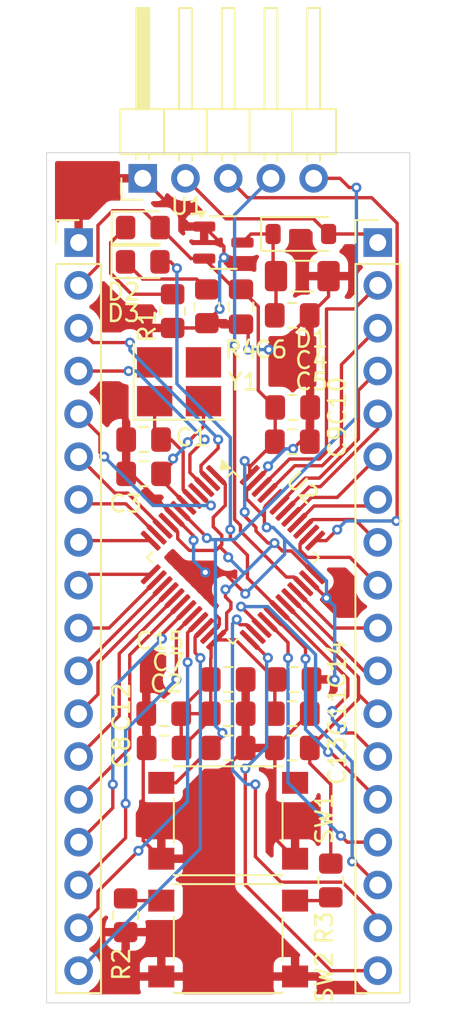
<source format=kicad_pcb>
(kicad_pcb (version 20240108) (generator "pcbnew") (generator_version "8.0")
  (layers (0 "F.Cu" signal) (31 "B.Cu" signal) (34 "B.Paste" user) (35 "F.Paste" user) (36 "B.SilkS" user "B.Silkscreen") (37 "F.SilkS" user "F.Silkscreen") (38 "B.Mask" user) (39 "F.Mask" user) (44 "Edge.Cuts" user))
  (net 0 "")
  (net 1 "GND")
  (net 2 "/HSE_IN")
  (net 3 "/NRST")
  (net 4 "/HSE_OUT")
  (net 5 "Net-(D1-K)")
  (net 6 "+3.3V")
  (net 7 "/USER_BTN")
  (net 8 "VPP")
  (net 9 "Net-(D2-K)")
  (net 10 "/USER_LED")
  (net 11 "Net-(D3-K)")
  (net 12 "/PA8")
  (net 13 "/PB14")
  (net 14 "/PB3")
  (net 15 "/PB13")
  (net 16 "/PA12")
  (net 17 "/PA15")
  (net 18 "/PB5")
  (net 19 "/PB6")
  (net 20 "/PB15")
  (net 21 "/PB7")
  (net 22 "/PB8")
  (net 23 "/PB4")
  (net 24 "/PB9")
  (net 25 "/PA11")
  (net 26 "/PB12")
  (net 27 "/PB11")
  (net 28 "/PB0")
  (net 29 "/PB10")
  (net 30 "/PA5")
  (net 31 "/PA1")
  (net 32 "/PC15")
  (net 33 "/PA6")
  (net 34 "/PA4")
  (net 35 "/PB1")
  (net 36 "/PC14")
  (net 37 "/PC13")
  (net 38 "/PA2")
  (net 39 "/PA3")
  (net 40 "/PA7")
  (net 41 "/PA0")
  (net 42 "/PB2")
  (net 43 "/SWDIO")
  (net 44 "/SWCLK")
  (net 45 "Net-(R2-Pad1)")
  (footprint "Button_Switch_SMD:SW_Push_1P1T_NO_6x6mm_H9.5mm" (layer "F.Cu") (at 140.97 111.76 180)
    (property "Reference" "SW1")
    (property "Value" "Reset")
  )
  (footprint "Capacitor_SMD:C_1206_3216Metric_Pad1.33x1.80mm_HandSolder" (layer "F.Cu") (at 145.373 79.46)
    (property "Reference" "C4")
    (property "Value" "10uF")
  )
  (footprint "Capacitor_SMD:C_0805_2012Metric_Pad1.18x1.45mm_HandSolder" (layer "F.Cu") (at 144.78 89.281)
    (property "Reference" "C9")
    (property "Value" "1uF")
  )
  (footprint "Crystal:Crystal_SMD_3225-4Pin_3.2x2.5mm_HandSoldering" (layer "F.Cu") (at 138.049 85.725)
    (property "Reference" "Y1")
    (property "Value" "8MHz")
  )
  (footprint "Button_Switch_SMD:SW_Push_1P1T_NO_6x6mm_H9.5mm" (layer "F.Cu") (at 140.97 118.745 180)
    (property "Reference" "SW2")
    (property "Value" "User_Press")
  )
  (footprint "Package_QFP:LQFP-48_7x7mm_P0.5mm" (layer "F.Cu") (at 141.251445 96.146 -45)
    (property "Reference" "U2")
    (property "Value" "STM32F072CBT6")
  )
  (footprint "LED_SMD:LED_0805_2012Metric_Pad1.15x1.40mm_HandSolder" (layer "F.Cu") (at 135.89 78.613)
    (property "Reference" "D3")
    (property "Value" "User_Activation")
  )
  (footprint "Capacitor_SMD:C_0805_2012Metric_Pad1.18x1.45mm_HandSolder" (layer "F.Cu") (at 144.78 105.41)
    (property "Reference" "C11")
    (property "Value" "100nF")
  )
  (footprint "LED_SMD:LED_0805_2012Metric_Pad1.15x1.40mm_HandSolder" (layer "F.Cu") (at 135.899 76.581)
    (property "Reference" "D2")
    (property "Value" "Powered_On")
  )
  (footprint "Capacitor_SMD:C_0805_2012Metric_Pad1.18x1.45mm_HandSolder" (layer "F.Cu") (at 144.8015 87.249)
    (property "Reference" "C10")
    (property "Value" "100nF")
  )
  (footprint "Capacitor_SMD:C_0805_2012Metric_Pad1.18x1.45mm_HandSolder" (layer "F.Cu") (at 144.78 107.442 180)
    (property "Reference" "C13")
    (property "Value" "100nF")
  )
  (footprint "Resistor_SMD:R_0805_2012Metric_Pad1.20x1.40mm_HandSolder" (layer "F.Cu") (at 147.066 115.3 90)
    (property "Reference" "R3")
    (property "Value" "10k")
  )
  (footprint "Capacitor_SMD:C_0805_2012Metric_Pad1.18x1.45mm_HandSolder" (layer "F.Cu") (at 144.773 81.788)
    (property "Reference" "C5")
    (property "Value" "4.7uF")
  )
  (footprint "Connector_PinHeader_2.54mm:PinHeader_1x18_P2.54mm_Vertical" (layer "F.Cu") (at 149.86 77.47)
    (property "Reference" "GPIO1" (hide yes))
    (property "Value" "Conn_01x18")
  )
  (footprint "Package_TO_SOT_SMD:SOT-23-3" (layer "F.Cu") (at 140.6795 77.47)
    (property "Reference" "U1")
    (property "Value" "AP2210-3.3")
  )
  (footprint "Capacitor_SMD:C_0805_2012Metric_Pad1.18x1.45mm_HandSolder" (layer "F.Cu") (at 137.16 107.442 180)
    (property "Reference" "C8")
    (property "Value" "100nF")
  )
  (footprint "Capacitor_SMD:C_0805_2012Metric_Pad1.18x1.45mm_HandSolder" (layer "F.Cu") (at 140.97 105.41)
    (property "Reference" "C7")
    (property "Value" "100nF")
  )
  (footprint "Resistor_SMD:R_0805_2012Metric_Pad1.20x1.40mm_HandSolder" (layer "F.Cu") (at 139.7 81.25 -90)
    (property "Reference" "R4")
    (property "Value" "4.7k")
  )
  (footprint "Capacitor_SMD:C_0805_2012Metric_Pad1.18x1.45mm_HandSolder" (layer "F.Cu") (at 141.732 81.28 -90)
    (property "Reference" "C6")
    (property "Value" "4.7uF")
  )
  (footprint "Capacitor_SMD:C_0805_2012Metric_Pad1.18x1.45mm_HandSolder" (layer "F.Cu") (at 135.943 89.154 180)
    (property "Reference" "C1")
    (property "Value" "20pF")
  )
  (footprint "Connector_PinHeader_2.54mm:PinHeader_1x05_P2.54mm_Horizontal" (layer "F.Cu") (at 135.89 73.66 90)
    (property "Reference" "Prog1" (hide yes))
    (property "Value" "Conn_01x05")
  )
  (footprint "Diode_SMD:D_SOD-123" (layer "F.Cu") (at 145.288 76.962)
    (property "Reference" "D1")
    (property "Value" "Schottky")
  )
  (footprint "Resistor_SMD:R_0805_2012Metric_Pad1.20x1.40mm_HandSolder" (layer "F.Cu") (at 137.668 81.534 90)
    (property "Reference" "R1")
    (property "Value" "4.7k")
  )
  (footprint "Capacitor_SMD:C_0805_2012Metric_Pad1.18x1.45mm_HandSolder" (layer "F.Cu") (at 140.97 103.378)
    (property "Reference" "C15")
    (property "Value" "4.7uF")
  )
  (footprint "Capacitor_SMD:C_0805_2012Metric_Pad1.18x1.45mm_HandSolder" (layer "F.Cu") (at 135.943 91.186 180)
    (property "Reference" "C3")
    (property "Value" "20pF")
  )
  (footprint "Capacitor_SMD:C_0805_2012Metric_Pad1.18x1.45mm_HandSolder" (layer "F.Cu") (at 137.1385 105.41 180)
    (property "Reference" "C12")
    (property "Value" "4.7uF")
  )
  (footprint "Resistor_SMD:R_0805_2012Metric_Pad1.20x1.40mm_HandSolder" (layer "F.Cu") (at 134.874 117.364 -90)
    (property "Reference" "R2")
    (property "Value" "10k")
  )
  (footprint "Capacitor_SMD:C_0805_2012Metric_Pad1.18x1.45mm_HandSolder" (layer "F.Cu") (at 140.97 107.442)
    (property "Reference" "C2")
    (property "Value" "100nF")
  )
  (footprint "Connector_PinHeader_2.54mm:PinHeader_1x18_P2.54mm_Vertical" (layer "F.Cu") (at 132.08 77.47)
    (property "Reference" "GPIO2" (hide yes))
    (property "Value" "Conn_01x18")
  )
  (footprint "Capacitor_SMD:C_0805_2012Metric_Pad1.18x1.45mm_HandSolder" (layer "F.Cu") (at 144.8855 103.378)
    (property "Reference" "C14")
    (property "Value" "100nF")
  )
  (gr_rect (start 130.175 72.136) (end 151.765 122.555) (stroke (width 0.05)) (fill none) (layer "Edge.Cuts"))
  (segment (start 145.8175 89.281) (end 145.255 89.281) (width 0.2) (layer "F.Cu") (net 1))
  (segment (start 142.0075 105.41) (end 142.0075 103.378) (width 0.2) (layer "F.Cu") (net 1))
  (segment (start 137.777783 93.732998) (end 135.230785 91.186) (width 0.2) (layer "F.Cu") (net 1))
  (segment (start 142.059379 92.66534) (end 142.059379 92.156086) (width 0.2) (layer "F.Cu") (net 1))
  (segment (start 143.120039 93.726) (end 142.059379 92.66534) (width 0.2) (layer "F.Cu") (net 1))
  (segment (start 139.608 97.028) (end 140.208 97.628) (width 0.2) (layer "F.Cu") (net 1))
  (segment (start 147.281362 103.378) (end 147.300681 103.397319) (width 0.2) (layer "F.Cu") (net 1))
  (segment (start 145.8175 105.41) (end 145.7745 105.41) (width 0.2) (layer "F.Cu") (net 1))
  (segment (start 138.910882 94.866097) (end 138.910882 95.12752) (width 0.2) (layer "F.Cu") (net 1))
  (segment (start 137.668 82.534) (end 136.668 82.534) (width 0.2) (layer "F.Cu") (net 1))
  (segment (start 145.8175 103.378) (end 145.8175 105.41) (width 0.2) (layer "F.Cu") (net 1))
  (segment (start 142.0075 107.442) (end 142.0075 105.41) (width 0.2) (layer "F.Cu") (net 1))
  (segment (start 145.7745 105.41) (end 143.7425 107.442) (width 0.2) (layer "F.Cu") (net 1))
  (segment (start 135.92 107.6445) (end 135.92 112.935) (width 0.2) (layer "F.Cu") (net 1))
  (segment (start 146.9355 79.46) (end 146.9355 80.663) (width 0.2) (layer "F.Cu") (net 1))
  (segment (start 141.516 82.25) (end 139.7 82.25) (width 0.2) (layer "F.Cu") (net 1))
  (segment (start 139.899103 100.680322) (end 140.443511 100.135914) (width 0.2) (layer "F.Cu") (net 1))
  (segment (start 140.443511 99.757482) (end 140.208 99.521971) (width 0.2) (layer "F.Cu") (net 1))
  (segment (start 143.256 94.361) (end 143.120039 94.225039) (width 0.2) (layer "F.Cu") (net 1))
  (segment (start 143.7425 107.442) (end 142.0075 107.442) (width 0.2) (layer "F.Cu") (net 1))
  (segment (start 140.716 97.028) (end 139.608 97.028) (width 0.2) (layer "F.Cu") (net 1))
  (segment (start 142.157 82.7425) (end 142.157 83.82) (width 0.2) (layer "F.Cu") (net 1))
  (segment (start 140.716 77.694) (end 139.542 76.52) (width 0.2) (layer "F.Cu") (net 1))
  (segment (start 135.230785 91.186) (end 134.9055 91.186) (width 0.2) (layer "F.Cu") (net 1))
  (segment (start 132.08 77.47) (end 132.08 76.454) (width 0.2) (layer "F.Cu") (net 1))
  (segment (start 145.785767 97.498342) (end 145.785767 97.525767) (width 0.2) (layer "F.Cu") (net 1))
  (segment (start 139.7 82.169) (end 140.462 81.407) (width 0.2) (layer "F.Cu") (net 1))
  (segment (start 143.7785 83.82) (end 145.8105 81.788) (width 0.2) (layer "F.Cu") (net 1))
  (segment (start 145.8175 89.281) (end 145.8175 87.2705) (width 0.2) (layer "F.Cu") (net 1))
  (segment (start 141.986 98.298) (end 140.716 97.028) (width 0.2) (layer "F.Cu") (net 1))
  (segment (start 143.7425 107.442) (end 143.7425 112.8075) (width 0.2) (layer "F.Cu") (net 1))
  (segment (start 139.416 82.534) (end 139.7 82.25) (width 0.2) (layer "F.Cu") (net 1))
  (segment (start 143.383 83.82) (end 143.7785 83.82) (width 0.2) (layer "F.Cu") (net 1))
  (segment (start 137.777783 93.732998) (end 138.910882 94.866097) (width 0.2) (layer "F.Cu") (net 1))
  (segment (start 143.120039 93.726) (end 143.120039 93.216746) (width 0.2) (layer "F.Cu") (net 1))
  (segment (start 140.443511 100.135914) (end 140.443511 99.757482) (width 0.2) (layer "F.Cu") (net 1))
  (segment (start 145.923 103.378) (end 147.281362 103.378) (width 0.2) (layer "F.Cu") (net 1))
  (segment (start 142.059379 92.156086) (end 142.603787 91.611678) (width 0.2) (layer "F.Cu") (net 1))
  (segment (start 143.336978 90.737066) (end 143.336978 90.878487) (width 0.2) (layer "F.Cu") (net 1))
  (segment (start 135.89 73.66) (end 138.75 76.52) (width 0.2) (layer "F.Cu") (net 1))
  (segment (start 137.668 82.534) (end 139.416 82.534) (width 0.2) (layer "F.Cu") (net 1))
  (segment (start 143.7425 112.8075) (end 144.945 114.01) (width 0.2) (layer "F.Cu") (net 1))
  (segment (start 143.120039 94.225039) (end 143.120039 93.726) (width 0.2) (layer "F.Cu") (net 1))
  (segment (start 139.7 82.25) (end 139.7 82.169) (width 0.2) (layer "F.Cu") (net 1))
  (segment (start 145.255 89.281) (end 144.83 89.706) (width 0.2) (layer "F.Cu") (net 1))
  (segment (start 145.785767 97.525767) (end 146.812 98.552) (width 0.2) (layer "F.Cu") (net 1))
  (segment (start 141.5835 82.3175) (end 141.516 82.25) (width 0.2) (layer "F.Cu") (net 1))
  (segment (start 145.8175 87.2705) (end 145.839 87.249) (width 0.2) (layer "F.Cu") (net 1))
  (segment (start 136.668 82.534) (end 136.652 82.55) (width 0.2) (layer "F.Cu") (net 1))
  (segment (start 135.92 112.935) (end 136.995 114.01) (width 0.2) (layer "F.Cu") (net 1))
  (segment (start 142.0075 107.442) (end 136.995 112.4545) (width 0.2) (layer "F.Cu") (net 1))
  (segment (start 143.336978 90.878487) (end 142.603787 91.611678) (width 0.2) (layer "F.Cu") (net 1))
  (segment (start 141.732 82.3175) (end 142.157 82.7425) (width 0.2) (layer "F.Cu") (net 1))
  (segment (start 138.75 76.52) (end 139.542 76.52) (width 0.2) (layer "F.Cu") (net 1))
  (segment (start 140.716 78.359) (end 140.716 77.694) (width 0.2) (layer "F.Cu") (net 1))
  (segment (start 136.1225 107.442) (end 135.92 107.6445) (width 0.2) (layer "F.Cu") (net 1))
  (segment (start 136.995 112.4545) (end 136.995 114.01) (width 0.2) (layer "F.Cu") (net 1))
  (segment (start 140.208 97.628) (end 140.208 99.521971) (width 0.2) (layer "F.Cu") (net 1))
  (segment (start 146.9355 80.663) (end 145.8105 81.788) (width 0.2) (layer "F.Cu") (net 1))
  (segment (start 143.120039 93.216746) (end 143.664447 92.672338) (width 0.2) (layer "F.Cu") (net 1))
  (segment (start 141.732 82.3175) (end 141.5835 82.3175) (width 0.2) (layer "F.Cu") (net 1))
  (via (at 138.910882 95.12752) (size 0.6) (drill 0.3) (layers "F.Cu" "B.Cu") (net 1))
  (via (at 147.300681 103.397319) (size 0.6) (drill 0.3) (layers "F.Cu" "B.Cu") (net 1))
  (via (at 140.716 78.359) (size 0.6) (drill 0.3) (layers "F.Cu" "B.Cu") (net 1))
  (via (at 144.83 89.706) (size 0.6) (drill 0.3) (layers "F.Cu" "B.Cu") (net 1))
  (via (at 139.608 97.028) (size 0.6) (drill 0.3) (layers "F.Cu" "B.Cu") (net 1))
  (via (at 143.336978 90.737066) (size 0.6) (drill 0.3) (layers "F.Cu" "B.Cu") (net 1))
  (via (at 141.986 98.298) (size 0.6) (drill 0.3) (layers "F.Cu" "B.Cu") (net 1))
  (via (at 142.157 83.82) (size 0.6) (drill 0.3) (layers "F.Cu" "B.Cu") (net 1))
  (via (at 140.462 81.407) (size 0.6) (drill 0.3) (layers "F.Cu" "B.Cu") (net 1))
  (via (at 146.812 98.552) (size 0.6) (drill 0.3) (layers "F.Cu" "B.Cu") (net 1))
  (via (at 143.383 83.82) (size 0.6) (drill 0.3) (layers "F.Cu" "B.Cu") (net 1))
  (via (at 143.256 94.361) (size 0.6) (drill 0.3) (layers "F.Cu" "B.Cu") (net 1))
  (segment (start 140.462 78.613) (end 140.716 78.359) (width 0.2) (layer "B.Cu") (net 1))
  (segment (start 146.812 98.552) (end 146.812 97.534622) (width 0.2) (layer "B.Cu") (net 1))
  (segment (start 139.608 97.028) (end 138.910882 96.330882) (width 0.2) (layer "B.Cu") (net 1))
  (segment (start 138.910882 96.330882) (end 138.910882 95.12752) (width 0.2) (layer "B.Cu") (net 1))
  (segment (start 144.83 89.706) (end 144.368044 89.706) (width 0.2) (layer "B.Cu") (net 1))
  (segment (start 144.321425 95.044047) (end 143.638378 94.361) (width 0.2) (layer "B.Cu") (net 1))
  (segment (start 147.300681 99.040681) (end 146.812 98.552) (width 0.2) (layer "B.Cu") (net 1))
  (segment (start 144.368044 89.706) (end 143.336978 90.737066) (width 0.2) (layer "B.Cu") (net 1))
  (segment (start 146.812 97.534622) (end 143.638378 94.361) (width 0.2) (layer "B.Cu") (net 1))
  (segment (start 140.462 81.407) (end 140.462 78.613) (width 0.2) (layer "B.Cu") (net 1))
  (segment (start 147.300681 103.397319) (end 147.300681 99.040681) (width 0.2) (layer "B.Cu") (net 1))
  (segment (start 143.638378 94.361) (end 143.256 94.361) (width 0.2) (layer "B.Cu") (net 1))
  (segment (start 144.321425 95.962575) (end 144.321425 95.044047) (width 0.2) (layer "B.Cu") (net 1))
  (segment (start 142.157 83.82) (end 143.383 83.82) (width 0.2) (layer "B.Cu") (net 1))
  (segment (start 141.986 98.298) (end 144.321425 95.962575) (width 0.2) (layer "B.Cu") (net 1))
  (segment (start 136.9805 89.154) (end 137.568 89.154) (width 0.2) (layer "F.Cu") (net 2))
  (segment (start 138.294035 89.880035) (end 138.294035 92.12793) (width 0.2) (layer "F.Cu") (net 2))
  (segment (start 137.568 89.154) (end 138.294035 89.880035) (width 0.2) (layer "F.Cu") (net 2))
  (segment (start 138.294035 92.12793) (end 138.838443 92.672338) (width 0.2) (layer "F.Cu") (net 2))
  (segment (start 136.599 88.7725) (end 136.9805 89.154) (width 0.2) (layer "F.Cu") (net 2))
  (segment (start 136.599 86.875) (end 136.599 88.7725) (width 0.2) (layer "F.Cu") (net 2))
  (segment (start 140.624001 106.750499) (end 139.9325 107.442) (width 0.2) (layer "F.Cu") (net 3))
  (segment (start 139.7 94.948109) (end 139.7 94.996) (width 0.2) (layer "F.Cu") (net 3))
  (segment (start 137.8645 109.51) (end 139.9325 107.442) (width 0.2) (layer "F.Cu") (net 3))
  (segment (start 136.995 109.51) (end 137.8645 109.51) (width 0.2) (layer "F.Cu") (net 3))
  (segment (start 138.131336 93.379445) (end 139.7 94.948109) (width 0.2) (layer "F.Cu") (net 3))
  (segment (start 148.167 74.21) (end 147.617 73.66) (width 0.2) (layer "F.Cu") (net 3))
  (segment (start 148.59 74.21) (end 148.167 74.21) (width 0.2) (layer "F.Cu") (net 3))
  (segment (start 140.624001 106.549717) (end 140.624001 106.750499) (width 0.2) (layer "F.Cu") (net 3))
  (segment (start 147.617 73.66) (end 146.05 73.66) (width 0.2) (layer "F.Cu") (net 3))
  (via (at 140.624001 106.549717) (size 0.6) (drill 0.3) (layers "F.Cu" "B.Cu") (net 3))
  (via (at 139.7 94.996) (size 0.6) (drill 0.3) (layers "F.Cu" "B.Cu") (net 3))
  (via (at 148.59 74.21) (size 0.6) (drill 0.3) (layers "F.Cu" "B.Cu") (net 3))
  (segment (start 141.345529 95.088) (end 148.59 87.843529) (width 0.2) (layer "B.Cu") (net 3))
  (segment (start 140.208 95.088) (end 140.208 106.133716) (width 0.2) (layer "B.Cu") (net 3))
  (segment (start 140.208 106.133716) (end 140.624001 106.549717) (width 0.2) (layer "B.Cu") (net 3))
  (segment (start 139.792 95.088) (end 140.208 95.088) (width 0.2) (layer "B.Cu") (net 3))
  (segment (start 148.59 87.843529) (end 148.59 74.21) (width 0.2) (layer "B.Cu") (net 3))
  (segment (start 140.208 95.088) (end 141.345529 95.088) (width 0.2) (layer "B.Cu") (net 3))
  (segment (start 139.7 94.996) (end 139.792 95.088) (width 0.2) (layer "B.Cu") (net 3))
  (segment (start 137.694035 90.279758) (end 137.694035 90.472465) (width 0.2) (layer "F.Cu") (net 4))
  (segment (start 137.694035 90.472465) (end 136.9805 91.186) (width 0.2) (layer "F.Cu") (net 4))
  (segment (start 136.9805 91.521501) (end 138.48489 93.025891) (width 0.2) (layer "F.Cu") (net 4))
  (segment (start 139.499 88.380912) (end 138.571221 89.308691) (width 0.2) (layer "F.Cu") (net 4))
  (segment (start 136.9805 91.186) (end 136.9805 91.521501) (width 0.2) (layer "F.Cu") (net 4))
  (segment (start 139.499 86.875) (end 139.499 88.380912) (width 0.2) (layer "F.Cu") (net 4))
  (via (at 138.571221 89.308691) (size 0.6) (drill 0.3) (layers "F.Cu" "B.Cu") (net 4))
  (via (at 137.694035 90.279758) (size 0.6) (drill 0.3) (layers "F.Cu" "B.Cu") (net 4))
  (segment (start 138.571221 89.402572) (end 137.694035 90.279758) (width 0.2) (layer "B.Cu") (net 4))
  (segment (start 138.571221 89.308691) (end 138.571221 89.402572) (width 0.2) (layer "B.Cu") (net 4))
  (segment (start 143.638 76.962) (end 143.638 79.2875) (width 0.2) (layer "F.Cu") (net 5))
  (segment (start 143.8105 79.46) (end 143.8105 81.713) (width 0.2) (layer "F.Cu") (net 5))
  (segment (start 143.8105 81.713) (end 143.7355 81.788) (width 0.2) (layer "F.Cu") (net 5))
  (segment (start 143.638 79.2875) (end 143.8105 79.46) (width 0.2) (layer "F.Cu") (net 5))
  (segment (start 143.638 76.962) (end 142.325 76.962) (width 0.2) (layer "F.Cu") (net 5))
  (segment (start 142.325 76.962) (end 141.817 77.47) (width 0.2) (layer "F.Cu") (net 5))
  (segment (start 138.176 105.41) (end 138.176 107.4205) (width 0.2) (layer "F.Cu") (net 6))
  (segment (start 146.139321 97.144788) (end 146.103963 97.144788) (width 0.2) (layer "F.Cu") (net 6))
  (segment (start 143.7425 103.3565) (end 141.419876 101.033876) (width 0.2) (layer "F.Cu") (net 6))
  (segment (start 140.878 100.408533) (end 140.878 99.441) (width 0.2) (layer "F.Cu") (net 6))
  (segment (start 139.542 78.42) (end 138.763 78.42) (width 0.2) (layer "F.Cu") (net 6))
  (segment (start 141.132 99.187) (end 141.132 98.811471) (width 0.2) (layer "F.Cu") (net 6))
  (segment (start 139.9325 103.378) (end 139.9325 102.1295) (width 0.2) (layer "F.Cu") (net 6))
  (segment (start 144.717175 95.758) (end 144.186849 95.758) (width 0.2) (layer "F.Cu") (net 6))
  (segment (start 139.9325 105.707) (end 139.9325 105.41) (width 0.2) (layer "F.Cu") (net 6))
  (segment (start 141.132 98.811471) (end 140.808 98.487471) (width 0.2) (layer "F.Cu") (net 6))
  (segment (start 144.186849 95.758) (end 143.721425 95.292576) (width 0.2) (layer "F.Cu") (net 6))
  (segment (start 140.589 94.828529) (end 140.081 94.320529) (width 0.2) (layer "F.Cu") (net 6))
  (segment (start 137.968637 95.033804) (end 138.662353 95.72752) (width 0.2) (layer "F.Cu") (net 6))
  (segment (start 143.764 89.2595) (end 143.7425 89.281) (width 0.2) (layer "F.Cu") (net 6))
  (segment (start 142.250233 90.723233) (end 141.951 90.424) (width 0.2) (layer "F.Cu") (net 6))
  (segment (start 140.808 98.487471) (end 140.808 98.044) (width 0.2) (layer "F.Cu") (net 6))
  (segment (start 138.1975 107.442) (end 139.9325 105.707) (width 0.2) (layer "F.Cu") (net 6))
  (segment (start 140.797064 91.802531) (end 140.252657 91.258124) (width 0.2) (layer "F.Cu") (net 6))
  (segment (start 138.662353 95.72752) (end 140.23848 95.72752) (width 0.2) (layer "F.Cu") (net 6))
  (segment (start 142.250233 91.258124) (end 142.250233 90.723233) (width 0.2) (layer "F.Cu") (net 6))
  (segment (start 138.176 105.41) (end 139.9325 105.41) (width 0.2) (layer "F.Cu") (net 6))
  (segment (start 146.103963 97.144788) (end 144.717175 95.758) (width 0.2) (layer "F.Cu") (net 6))
  (segment (start 138.176 107.4205) (end 138.1975 107.442) (width 0.2) (layer "F.Cu") (net 6))
  (segment (start 141.732 80.2425) (end 142.757 81.2675) (width 0.2) (layer "F.Cu") (net 6))
  (segment (start 140.081 94.320529) (end 140.081 93.772674) (width 0.2) (layer "F.Cu") (net 6))
  (segment (start 143.7425 103.378) (end 143.7425 105.41) (width 0.2) (layer "F.Cu") (net 6))
  (segment (start 139.954 101.332533) (end 140.252657 101.033876) (width 0.2) (layer "F.Cu") (net 6))
  (segment (start 142.757 81.2675) (end 142.757 86.242) (width 0.2) (layer "F.Cu") (net 6))
  (segment (start 134.096 75.581) (end 133.23 76.447) (width 0.2) (layer "F.Cu") (net 6))
  (segment (start 139.9325 105.41) (end 139.9325 103.378) (width 0.2) (layer "F.Cu") (net 6))
  (segment (start 139.9325 102.1295) (end 139.954 102.108) (width 0.2) (layer "F.Cu") (net 6))
  (segment (start 139.954 102.108) (end 139.954 101.332533) (width 0.2) (layer "F.Cu") (net 6))
  (segment (start 138.176 105.1345) (end 139.9325 103.378) (width 0.2) (layer "F.Cu") (net 6))
  (segment (start 141.419876 101.033876) (end 140.252657 101.033876) (width 0.2) (layer "F.Cu") (net 6))
  (segment (start 143.339047 95.292576) (end 143.721425 95.292576) (width 0.2) (layer "F.Cu") (net 6))
  (segment (start 138.176 105.41) (end 138.176 105.1345) (width 0.2) (layer "F.Cu") (net 6))
  (segment (start 140.878 99.441) (end 141.132 99.187) (width 0.2) (layer "F.Cu") (net 6))
  (segment (start 140.97 96.012) (end 140.462 95.504) (width 0.2) (layer "F.Cu") (net 6))
  (segment (start 138.763 78.42) (end 136.924 76.581) (width 0.2) (layer "F.Cu") (net 6))
  (segment (start 143.7425 89.281) (end 142.250233 90.773267) (width 0.2) (layer "F.Cu") (net 6))
  (segment (start 140.081 93.772674) (end 140.797064 93.05661) (width 0.2) (layer "F.Cu") (net 6))
  (segment (start 136.924 76.581) (end 135.924 75.581) (width 0.2) (layer "F.Cu") (net 6))
  (segment (start 135.924 75.581) (end 134.096 75.581) (width 0.2) (layer "F.Cu") (net 6))
  (segment (start 143.764 87.249) (end 143.764 89.2595) (width 0.2) (layer "F.Cu") (net 6))
  (segment (start 141.951 93.451076) (end 141.951 93.691) (width 0.2) (layer "F.Cu") (net 6))
  (segment (start 142.250233 90.773267) (end 142.250233 91.258124) (width 0.2) (layer "F.Cu") (net 6))
  (segment (start 140.462 95.504) (end 140.589 95.377) (width 0.2) (layer "F.Cu") (net 6))
  (segment (start 140.252657 101.033876) (end 140.878 100.408533) (width 0.2) (layer "F.Cu") (net 6))
  (segment (start 142.621 94.361) (end 142.621 94.574529) (width 0.2) (layer "F.Cu") (net 6))
  (segment (start 142.621 94.574529) (end 143.339047 95.292576) (width 0.2) (layer "F.Cu") (net 6))
  (segment (start 143.7425 103.378) (end 143.7425 103.3565) (width 0.2) (layer "F.Cu") (net 6))
  (segment (start 140.797064 93.05661) (end 140.797064 91.802531) (width 0.2) (layer "F.Cu") (net 6))
  (segment (start 141.3645 80.2425) (end 141.732 80.2425) (width 0.2) (layer "F.Cu") (net 6))
  (segment (start 140.97 96.139) (end 140.97 96.012) (width 0.2) (layer "F.Cu") (net 6))
  (segment (start 140.589 95.377) (end 140.589 94.828529) (width 0.2) (layer "F.Cu") (net 6))
  (segment (start 133.23 76.447) (end 133.23 78.86) (width 0.2) (layer "F.Cu") (net 6))
  (segment (start 139.542 78.42) (end 141.3645 80.2425) (width 0.2) (layer "F.Cu") (net 6))
  (segment (start 133.23 78.86) (end 132.08 80.01) (width 0.2) (layer "F.Cu") (net 6))
  (segment (start 141.951 93.691) (end 142.621 94.361) (width 0.2) (layer "F.Cu") (net 6))
  (segment (start 137.42423 94.086551) (end 137.968637 94.630958) (width 0.2) (layer "F.Cu") (net 6))
  (segment (start 140.23848 95.72752) (end 140.462 95.504) (width 0.2) (layer "F.Cu") (net 6))
  (segment (start 137.968637 94.630958) (end 137.968637 95.033804) (width 0.2) (layer "F.Cu") (net 6))
  (segment (start 142.757 86.242) (end 143.764 87.249) (width 0.2) (layer "F.Cu") (net 6))
  (via (at 141.951 90.424) (size 0.6) (drill 0.3) (layers "F.Cu" "B.Cu") (net 6))
  (via (at 140.97 96.139) (size 0.6) (drill 0.3) (layers "F.Cu" "B.Cu") (net 6))
  (via (at 141.951 93.451076) (size 0.6) (drill 0.3) (layers "F.Cu" "B.Cu") (net 6))
  (via (at 143.721425 95.292576) (size 0.6) (drill 0.3) (layers "F.Cu" "B.Cu") (net 6))
  (via (at 140.808 98.044) (size 0.6) (drill 0.3) (layers "F.Cu" "B.Cu") (net 6))
  (segment (start 141.922501 97.091501) (end 140.970001 98.044) (width 0.2) (layer "B.Cu") (net 6))
  (segment (start 141.951 90.424) (end 141.951 93.451076) (width 0.2) (layer "B.Cu") (net 6))
  (segment (start 141.922501 97.091501) (end 140.97 96.139) (width 0.2) (layer "B.Cu") (net 6))
  (segment (start 143.721425 95.292576) (end 141.922501 97.091501) (width 0.2) (layer "B.Cu") (net 6))
  (segment (start 140.970001 98.044) (end 140.808 98.044) (width 0.2) (layer "B.Cu") (net 6))
  (segment (start 144.915961 99.456962) (end 144.371554 98.912555) (width 0.2) (layer "F.Cu") (net 7))
  (segment (start 147.066 114.3) (end 147.066 109.606) (width 0.2) (layer "F.Cu") (net 7))
  (segment (start 147.066 109.606) (end 145.8175 108.3575) (width 0.2) (layer "F.Cu") (net 7))
  (segment (start 145.8175 108.3575) (end 145.8175 107.442) (width 0.2) (layer "F.Cu") (net 7))
  (segment (start 145.8175 107.442) (end 148.717 104.5425) (width 0.2) (layer "F.Cu") (net 7))
  (segment (start 144.371554 98.912555) (end 147.9535 102.494501) (width 0.2) (layer "F.Cu") (net 7))
  (segment (start 148.717 104.5425) (end 148.717 104.267) (width 0.2) (layer "F.Cu") (net 7))
  (segment (start 148.717 104.267) (end 148.717 103.258001) (width 0.2) (layer "F.Cu") (net 7))
  (segment (start 149.86 105.41) (end 148.717 104.267) (width 0.2) (layer "F.Cu") (net 7))
  (segment (start 148.717 103.258001) (end 147.9535 102.494501) (width 0.2) (layer "F.Cu") (net 7))
  (segment (start 146.938 76.962) (end 149.352 76.962) (width 0.2) (layer "F.Cu") (net 8))
  (segment (start 149.352 76.962) (end 149.86 77.47) (width 0.2) (layer "F.Cu") (net 8))
  (segment (start 146.938 76.962) (end 146.038 76.062) (width 0.2) (layer "F.Cu") (net 8))
  (segment (start 140.832 76.062) (end 138.43 73.66) (width 0.2) (layer "F.Cu") (net 8))
  (segment (start 146.038 76.062) (end 140.832 76.062) (width 0.2) (layer "F.Cu") (net 8))
  (segment (start 137.668 80.534) (end 135.226256 80.534) (width 0.2) (layer "F.Cu") (net 9))
  (segment (start 133.985 79.292744) (end 133.985 77.47) (width 0.2) (layer "F.Cu") (net 9))
  (segment (start 133.985 77.47) (end 134.874 76.581) (width 0.2) (layer "F.Cu") (net 9))
  (segment (start 135.226256 80.534) (end 133.985 79.292744) (width 0.2) (layer "F.Cu") (net 9))
  (segment (start 147.955 106.553) (end 148.463 106.553) (width 0.2) (layer "F.Cu") (net 10))
  (segment (start 144.018 99.266109) (end 148.082 103.330109) (width 0.2) (layer "F.Cu") (net 10))
  (segment (start 148.082 103.330109) (end 148.082 104.32897) (width 0.2) (layer "F.Cu") (net 10))
  (segment (start 136.915 78.613) (end 137.541 78.613) (width 0.2) (layer "F.Cu") (net 10))
  (segment (start 137.541 78.613) (end 137.922 78.994) (width 0.2) (layer "F.Cu") (net 10))
  (segment (start 141.097 94.996) (end 142.113 96.012) (width 0.2) (layer "F.Cu") (net 10))
  (segment (start 142.113 96.012) (end 142.113 97.361109) (width 0.2) (layer "F.Cu") (net 10))
  (segment (start 142.113 97.361109) (end 144.018 99.266109) (width 0.2) (layer "F.Cu") (net 10))
  (segment (start 147.755015 106.353015) (end 147.955 106.553) (width 0.2) (layer "F.Cu") (net 10))
  (segment (start 141.097 94.488) (end 141.097 94.996) (width 0.2) (layer "F.Cu") (net 10))
  (segment (start 148.082 104.32897) (end 147.160485 105.250485) (width 0.2) (layer "F.Cu") (net 10))
  (segment (start 148.463 106.553) (end 149.86 107.95) (width 0.2) (layer "F.Cu") (net 10))
  (via (at 147.755015 106.353015) (size 0.6) (drill 0.3) (layers "F.Cu" "B.Cu") (net 10))
  (via (at 141.097 94.488) (size 0.6) (drill 0.3) (layers "F.Cu" "B.Cu") (net 10))
  (via (at 147.160485 105.250485) (size 0.6) (drill 0.3) (layers "F.Cu" "B.Cu") (net 10))
  (via (at 137.922 78.994) (size 0.6) (drill 0.3) (layers "F.Cu" "B.Cu") (net 10))
  (segment (start 147.160485 105.758485) (end 147.755015 106.353015) (width 0.2) (layer "B.Cu") (net 10))
  (segment (start 141.097 89.028711) (end 141.097 94.488) (width 0.2) (layer "B.Cu") (net 10))
  (segment (start 137.922 85.853711) (end 141.097 89.028711) (width 0.2) (layer "B.Cu") (net 10))
  (segment (start 147.160485 105.250485) (end 147.160485 105.758485) (width 0.2) (layer "B.Cu") (net 10))
  (segment (start 137.922 78.994) (end 137.922 85.853711) (width 0.2) (layer "B.Cu") (net 10))
  (segment (start 139.7 80.25) (end 139.084 79.634) (width 0.2) (layer "F.Cu") (net 11))
  (segment (start 139.084 79.634) (end 135.886 79.634) (width 0.2) (layer "F.Cu") (net 11))
  (segment (start 135.886 79.634) (end 134.865 78.613) (width 0.2) (layer "F.Cu") (net 11))
  (segment (start 146.905 107.683275) (end 147.053275 107.683275) (width 0.2) (layer "F.Cu") (net 12))
  (segment (start 145.562923 101.518138) (end 145.562923 102.153) (width 0.2) (layer "F.Cu") (net 12))
  (segment (start 143.664447 99.619662) (end 145.562923 101.518138) (width 0.2) (layer "F.Cu") (net 12))
  (segment (start 147.053275 107.683275) (end 149.86 110.49) (width 0.2) (layer "F.Cu") (net 12))
  (via (at 145.562923 102.153) (size 0.6) (drill 0.3) (layers "F.Cu" "B.Cu") (net 12))
  (via (at 146.905 107.683275) (size 0.6) (drill 0.3) (layers "F.Cu" "B.Cu") (net 12))
  (segment (start 145.562923 102.153) (end 145.562923 106.341198) (width 0.2) (layer "B.Cu") (net 12))
  (segment (start 145.562923 106.341198) (end 146.905 107.683275) (width 0.2) (layer "B.Cu") (net 12))
  (segment (start 142.95734 100.28534) (end 141.732 99.06) (width 0.2) (layer "F.Cu") (net 13))
  (segment (start 148.336 114.173) (end 148.463 114.173) (width 0.2) (layer "F.Cu") (net 13))
  (segment (start 142.95734 100.326769) (end 142.95734 100.28534) (width 0.2) (layer "F.Cu") (net 13))
  (segment (start 148.463 114.173) (end 149.86 115.57) (width 0.2) (layer "F.Cu") (net 13))
  (via (at 148.336 114.173) (size 0.6) (drill 0.3) (layers "F.Cu" "B.Cu") (net 13))
  (via (at 141.732 99.06) (size 0.6) (drill 0.3) (layers "F.Cu" "B.Cu") (net 13))
  (segment (start 143.318452 99.06) (end 146.162923 101.904471) (width 0.2) (layer "B.Cu") (net 13))
  (segment (start 141.732 99.06) (end 143.318452 99.06) (width 0.2) (layer "B.Cu") (net 13))
  (segment (start 146.162923 106.092669) (end 148.336 108.265746) (width 0.2) (layer "B.Cu") (net 13))
  (segment (start 148.336 108.265746) (end 148.336 114.173) (width 0.2) (layer "B.Cu") (net 13))
  (segment (start 146.162923 101.904471) (end 146.162923 106.092669) (width 0.2) (layer "B.Cu") (net 13))
  (segment (start 148.505697 93.895697) (end 149.86 95.25) (width 0.2) (layer "F.Cu") (net 14))
  (segment (start 145.432214 94.440105) (end 145.976622 93.895697) (width 0.2) (layer "F.Cu") (net 14))
  (segment (start 145.976622 93.895697) (end 148.505697 93.895697) (width 0.2) (layer "F.Cu") (net 14))
  (segment (start 149.86 117.509256) (end 149.86 118.11) (width 0.2) (layer "F.Cu") (net 15))
  (segment (start 141.680946 100.135915) (end 142.05938 100.135915) (width 0.2) (layer "F.Cu") (net 15))
  (segment (start 144.102 115.4) (end 147.750744 115.4) (width 0.2) (layer "F.Cu") (net 15))
  (segment (start 142.05938 100.135915) (end 142.603787 100.680322) (width 0.2) (layer "F.Cu") (net 15))
  (segment (start 147.750744 115.4) (end 149.86 117.509256) (width 0.2) (layer "F.Cu") (net 15))
  (segment (start 142.586 109.601) (end 142.586 113.884) (width 0.2) (layer "F.Cu") (net 15))
  (segment (start 142.586 113.884) (end 144.102 115.4) (width 0.2) (layer "F.Cu") (net 15))
  (segment (start 141.478 99.822) (end 141.478 99.932969) (width 0.2) (layer "F.Cu") (net 15))
  (segment (start 141.478 99.932969) (end 141.680946 100.135915) (width 0.2) (layer "F.Cu") (net 15))
  (via (at 142.586 109.601) (size 0.6) (drill 0.3) (layers "F.Cu" "B.Cu") (net 15))
  (via (at 141.478 99.822) (size 0.6) (drill 0.3) (layers "F.Cu" "B.Cu") (net 15))
  (segment (start 141.478 99.822) (end 141.224 100.076) (width 0.2) (layer "B.Cu") (net 15))
  (segment (start 141.224 100.076) (end 141.224 108.753529) (width 0.2) (layer "B.Cu") (net 15))
  (segment (start 141.224 108.753529) (end 142.071471 109.601) (width 0.2) (layer "B.Cu") (net 15))
  (segment (start 142.071471 109.601) (end 142.586 109.601) (width 0.2) (layer "B.Cu") (net 15))
  (segment (start 147.203211 100.33) (end 149.86 100.33) (width 0.2) (layer "F.Cu") (net 16))
  (segment (start 145.07866 98.205449) (end 147.203211 100.33) (width 0.2) (layer "F.Cu") (net 16))
  (segment (start 148.209 96.139) (end 149.86 97.79) (width 0.2) (layer "F.Cu") (net 17))
  (segment (start 145.24136 95.716499) (end 145.663861 96.139) (width 0.2) (layer "F.Cu") (net 17))
  (segment (start 145.24136 95.338065) (end 145.24136 95.716499) (width 0.2) (layer "F.Cu") (net 17))
  (segment (start 145.785767 94.793658) (end 145.24136 95.338065) (width 0.2) (layer "F.Cu") (net 17))
  (segment (start 145.663861 96.139) (end 148.209 96.139) (width 0.2) (layer "F.Cu") (net 17))
  (segment (start 145.923 92.583) (end 147.447 92.583) (width 0.2) (layer "F.Cu") (net 18))
  (segment (start 147.447 92.583) (end 149.86 90.17) (width 0.2) (layer "F.Cu") (net 18))
  (segment (start 144.725107 93.732998) (end 144.773002 93.732998) (width 0.2) (layer "F.Cu") (net 18))
  (segment (start 144.773002 93.732998) (end 145.923 92.583) (width 0.2) (layer "F.Cu") (net 18))
  (segment (start 149.86 88.532802) (end 149.86 87.63) (width 0.2) (layer "F.Cu") (net 19))
  (segment (start 146.444802 91.948) (end 149.86 88.532802) (width 0.2) (layer "F.Cu") (net 19))
  (segment (start 144.371554 93.372446) (end 145.796 91.948) (width 0.2) (layer "F.Cu") (net 19))
  (segment (start 144.371554 93.379445) (end 144.371554 93.372446) (width 0.2) (layer "F.Cu") (net 19))
  (segment (start 145.796 91.948) (end 146.444802 91.948) (width 0.2) (layer "F.Cu") (net 19))
  (segment (start 147.666 112.649) (end 148.047 113.03) (width 0.2) (layer "F.Cu") (net 20))
  (segment (start 144.526 101.188321) (end 144.526 102.108) (width 0.2) (layer "F.Cu") (net 20))
  (segment (start 148.047 113.03) (end 149.86 113.03) (width 0.2) (layer "F.Cu") (net 20))
  (segment (start 143.310894 99.973215) (end 144.526 101.188321) (width 0.2) (layer "F.Cu") (net 20))
  (via (at 147.666 112.649) (size 0.6) (drill 0.3) (layers "F.Cu" "B.Cu") (net 20))
  (via (at 144.526 102.108) (size 0.6) (drill 0.3) (layers "F.Cu" "B.Cu") (net 20))
  (segment (start 144.526 109.509) (end 147.666 112.649) (width 0.2) (layer "B.Cu") (net 20))
  (segment (start 144.526 102.108) (end 144.526 109.509) (width 0.2) (layer "B.Cu") (net 20))
  (segment (start 148.71 89.117116) (end 148.71 86.24) (width 0.2) (layer "F.Cu") (net 21))
  (segment (start 145.542 91.44) (end 146.387116 91.44) (width 0.2) (layer "F.Cu") (net 21))
  (segment (start 146.387116 91.44) (end 148.71 89.117116) (width 0.2) (layer "F.Cu") (net 21))
  (segment (start 148.71 86.24) (end 149.86 85.09) (width 0.2) (layer "F.Cu") (net 21))
  (segment (start 144.018 92.964) (end 145.542 91.44) (width 0.2) (layer "F.Cu") (net 21))
  (segment (start 144.018 93.025891) (end 144.018 92.964) (width 0.2) (layer "F.Cu") (net 21))
  (segment (start 143.310894 92.318785) (end 144.923679 90.706) (width 0.2) (layer "F.Cu") (net 22))
  (segment (start 146.55543 90.706) (end 147.701 89.56043) (width 0.2) (layer "F.Cu") (net 22))
  (segment (start 147.701 84.709) (end 149.86 82.55) (width 0.2) (layer "F.Cu") (net 22))
  (segment (start 144.923679 90.706) (end 146.55543 90.706) (width 0.2) (layer "F.Cu") (net 22))
  (segment (start 147.701 89.56043) (end 147.701 84.709) (width 0.2) (layer "F.Cu") (net 22))
  (segment (start 146.074211 93.091) (end 149.479 93.091) (width 0.2) (layer "F.Cu") (net 23))
  (segment (start 145.07866 94.086551) (end 146.074211 93.091) (width 0.2) (layer "F.Cu") (net 23))
  (segment (start 149.479 93.091) (end 149.86 92.71) (width 0.2) (layer "F.Cu") (net 23))
  (segment (start 142.95734 91.965231) (end 144.616571 90.306) (width 0.2) (layer "F.Cu") (net 24))
  (segment (start 146.389744 90.306) (end 146.812 89.883744) (width 0.2) (layer "F.Cu") (net 24))
  (segment (start 146.812 89.883744) (end 146.812 81.407) (width 0.2) (layer "F.Cu") (net 24))
  (segment (start 146.812 81.407) (end 148.463 81.407) (width 0.2) (layer "F.Cu") (net 24))
  (segment (start 144.616571 90.306) (end 146.389744 90.306) (width 0.2) (layer "F.Cu") (net 24))
  (segment (start 148.463 81.407) (end 149.86 80.01) (width 0.2) (layer "F.Cu") (net 24))
  (segment (start 149.036105 102.87) (end 149.86 102.87) (width 0.2) (layer "F.Cu") (net 25))
  (segment (start 144.725107 98.559002) (end 149.036105 102.87) (width 0.2) (layer "F.Cu") (net 25))
  (segment (start 147.075 120.65) (end 149.86 120.65) (width 0.2) (layer "F.Cu") (net 26))
  (segment (start 142.268405 101.033876) (end 143.329241 102.094712) (width 0.2) (layer "F.Cu") (net 26))
  (segment (start 142.250233 101.033876) (end 142.268405 101.033876) (width 0.2) (layer "F.Cu") (net 26))
  (segment (start 141.986 108.667) (end 141.986 115.561) (width 0.2) (layer "F.Cu") (net 26))
  (segment (start 141.986 115.561) (end 147.075 120.65) (width 0.2) (layer "F.Cu") (net 26))
  (via (at 143.329241 102.094712) (size 0.6) (drill 0.3) (layers "F.Cu" "B.Cu") (net 26))
  (via (at 141.986 108.667) (size 0.6) (drill 0.3) (layers "F.Cu" "B.Cu") (net 26))
  (segment (start 143.256 107.397) (end 141.986 108.667) (width 0.2) (layer "B.Cu") (net 26))
  (segment (start 143.329241 102.094712) (end 143.256 102.167953) (width 0.2) (layer "B.Cu") (net 26))
  (segment (start 143.256 102.167953) (end 143.256 107.397) (width 0.2) (layer "B.Cu") (net 26))
  (segment (start 139.001142 100.871177) (end 139.001142 101.79421) (width 0.2) (layer "F.Cu") (net 27))
  (segment (start 139.54555 100.326769) (end 139.001142 100.871177) (width 0.2) (layer "F.Cu") (net 27))
  (segment (start 139.001142 101.79421) (end 139.315949 102.109017) (width 0.2) (layer "F.Cu") (net 27))
  (via (at 139.315949 102.109017) (size 0.6) (drill 0.3) (layers "F.Cu" "B.Cu") (net 27))
  (segment (start 139.315949 113.414051) (end 132.08 120.65) (width 0.2) (layer "B.Cu") (net 27))
  (segment (start 139.315949 102.109017) (end 139.315949 113.414051) (width 0.2) (layer "B.Cu") (net 27))
  (segment (start 135.119 101.924891) (end 135.119 107.451) (width 0.2) (layer "F.Cu") (net 28))
  (segment (start 135.119 107.451) (end 132.08 110.49) (width 0.2) (layer "F.Cu") (net 28))
  (segment (start 138.131336 98.912555) (end 135.119 101.924891) (width 0.2) (layer "F.Cu") (net 28))
  (segment (start 133.23 115.944) (end 133.23 116.96) (width 0.2) (layer "F.Cu") (net 29))
  (segment (start 139.191996 99.973215) (end 138.557 100.608211) (width 0.2) (layer "F.Cu") (net 29))
  (segment (start 135.636 113.538) (end 133.23 115.944) (width 0.2) (layer "F.Cu") (net 29))
  (segment (start 138.557 100.608211) (end 138.557 102.362) (width 0.2) (layer "F.Cu") (net 29))
  (segment (start 133.23 116.96) (end 132.08 118.11) (width 0.2) (layer "F.Cu") (net 29))
  (via (at 135.636 113.538) (size 0.6) (drill 0.3) (layers "F.Cu" "B.Cu") (net 29))
  (via (at 138.557 102.362) (size 0.6) (drill 0.3) (layers "F.Cu" "B.Cu") (net 29))
  (segment (start 138.557 110.617) (end 135.636 113.538) (width 0.2) (layer "B.Cu") (net 29))
  (segment (start 138.557 102.362) (end 138.557 110.617) (width 0.2) (layer "B.Cu") (net 29))
  (segment (start 137.070676 97.879324) (end 132.08 102.87) (width 0.2) (layer "F.Cu") (net 30))
  (segment (start 137.070676 97.851895) (end 137.070676 97.879324) (width 0.2) (layer "F.Cu") (net 30))
  (segment (start 134.887465 92.964) (end 132.334 92.964) (width 0.2) (layer "F.Cu") (net 31))
  (segment (start 136.717123 94.793658) (end 134.887465 92.964) (width 0.2) (layer "F.Cu") (net 31))
  (segment (start 132.334 92.964) (end 132.08 92.71) (width 0.2) (layer "F.Cu") (net 31))
  (segment (start 133.35 89.916) (end 133.35 88.9) (width 0.2) (layer "F.Cu") (net 32))
  (segment (start 139.191996 92.318785) (end 139.198242 92.318785) (width 0.2) (layer "F.Cu") (net 32))
  (segment (start 139.198242 92.318785) (end 139.942301 93.062844) (width 0.2) (layer "F.Cu") (net 32))
  (segment (start 133.35 88.9) (end 132.08 87.63) (width 0.2) (layer "F.Cu") (net 32))
  (segment (start 133.604 90.17) (end 133.35 89.916) (width 0.2) (layer "F.Cu") (net 32))
  (via (at 133.604 90.17) (size 0.6) (drill 0.3) (layers "F.Cu" "B.Cu") (net 32))
  (via (at 139.942301 93.062844) (size 0.6) (drill 0.3) (layers "F.Cu" "B.Cu") (net 32))
  (segment (start 136.496844 93.062844) (end 133.604 90.17) (width 0.2) (layer "B.Cu") (net 32))
  (segment (start 139.942301 93.062844) (end 136.496844 93.062844) (width 0.2) (layer "B.Cu") (net 32))
  (segment (start 133.23 104.26) (end 132.08 105.41) (width 0.2) (layer "F.Cu") (net 33))
  (segment (start 133.23 102.399679) (end 133.23 104.26) (width 0.2) (layer "F.Cu") (net 33))
  (segment (start 137.42423 98.205449) (end 133.23 102.399679) (width 0.2) (layer "F.Cu") (net 33))
  (segment (start 136.717123 97.498342) (end 133.885465 100.33) (width 0.2) (layer "F.Cu") (net 34))
  (segment (start 133.885465 100.33) (end 132.08 100.33) (width 0.2) (layer "F.Cu") (net 34))
  (segment (start 134.112 110.998) (end 134.112 109.601) (width 0.2) (layer "F.Cu") (net 35))
  (segment (start 132.08 113.03) (end 134.112 110.998) (width 0.2) (layer "F.Cu") (net 35))
  (segment (start 137.033 100.965) (end 137.033 100.717999) (width 0.2) (layer "F.Cu") (net 35))
  (segment (start 137.033 100.717999) (end 138.48489 99.266109) (width 0.2) (layer "F.Cu") (net 35))
  (via (at 134.112 109.601) (size 0.6) (drill 0.3) (layers "F.Cu" "B.Cu") (net 35))
  (via (at 137.033 100.965) (size 0.6) (drill 0.3) (layers "F.Cu" "B.Cu") (net 35))
  (segment (start 134.112 103.886) (end 137.033 100.965) (width 0.2) (layer "B.Cu") (net 35))
  (segment (start 134.112 109.601) (end 134.112 103.886) (width 0.2) (layer "B.Cu") (net 35))
  (segment (start 139.54555 91.965231) (end 138.694035 91.113716) (width 0.2) (layer "F.Cu") (net 36))
  (segment (start 138.694035 91.113716) (end 138.694035 90.034407) (width 0.2) (layer "F.Cu") (net 36))
  (segment (start 135.048998 85.09) (end 132.08 85.09) (width 0.2) (layer "F.Cu") (net 36))
  (segment (start 138.694035 90.034407) (end 139.573721 89.154721) (width 0.2) (layer "F.Cu") (net 36))
  (via (at 139.573721 89.154721) (size 0.6) (drill 0.3) (layers "F.Cu" "B.Cu") (net 36))
  (via (at 135.048998 85.09) (size 0.6) (drill 0.3) (layers "F.Cu" "B.Cu") (net 36))
  (segment (start 135.509 85.09) (end 135.048998 85.09) (width 0.2) (layer "B.Cu") (net 36))
  (segment (start 139.573721 89.154721) (end 135.509 85.09) (width 0.2) (layer "B.Cu") (net 36))
  (segment (start 135.130294 83.401713) (end 132.931713 83.401713) (width 0.2) (layer "F.Cu") (net 37))
  (segment (start 132.931713 83.401713) (end 132.08 82.55) (width 0.2) (layer "F.Cu") (net 37))
  (segment (start 139.354696 91.067271) (end 139.354696 90.688837) (width 0.2) (layer "F.Cu") (net 37))
  (segment (start 139.354696 90.688837) (end 140.373723 89.66981) (width 0.2) (layer "F.Cu") (net 37))
  (segment (start 139.899103 91.611678) (end 139.354696 91.067271) (width 0.2) (layer "F.Cu") (net 37))
  (segment (start 140.373723 89.66981) (end 140.373723 89.153963) (width 0.2) (layer "F.Cu") (net 37))
  (via (at 135.130294 83.401713) (size 0.6) (drill 0.3) (layers "F.Cu" "B.Cu") (net 37))
  (via (at 140.373723 89.153963) (size 0.6) (drill 0.3) (layers "F.Cu" "B.Cu") (net 37))
  (segment (start 135.130294 83.862765) (end 135.130294 83.401713) (width 0.2) (layer "B.Cu") (net 37))
  (segment (start 140.373723 89.106194) (end 135.130294 83.862765) (width 0.2) (layer "B.Cu") (net 37))
  (segment (start 140.373723 89.153963) (end 140.373723 89.106194) (width 0.2) (layer "B.Cu") (net 37))
  (segment (start 136.363569 95.147212) (end 132.182788 95.147212) (width 0.2) (layer "F.Cu") (net 38))
  (segment (start 132.182788 95.147212) (end 132.08 95.25) (width 0.2) (layer "F.Cu") (net 38))
  (segment (start 136.363569 97.144788) (end 132.725212 97.144788) (width 0.2) (layer "F.Cu") (net 39))
  (segment (start 132.725212 97.144788) (end 132.08 97.79) (width 0.2) (layer "F.Cu") (net 39))
  (segment (start 137.777783 98.559002) (end 137.233375 99.10341) (width 0.2) (layer "F.Cu") (net 40))
  (segment (start 137.233375 99.113625) (end 134.493 101.854) (width 0.2) (layer "F.Cu") (net 40))
  (segment (start 137.233375 99.10341) (end 137.233375 99.113625) (width 0.2) (layer "F.Cu") (net 40))
  (segment (start 134.493 101.854) (end 134.493 105.537) (width 0.2) (layer "F.Cu") (net 40))
  (segment (start 134.493 105.537) (end 132.08 107.95) (width 0.2) (layer "F.Cu") (net 40))
  (segment (start 135.001 92.329) (end 134.239 92.329) (width 0.2) (layer "F.Cu") (net 41))
  (segment (start 134.239 92.329) (end 132.08 90.17) (width 0.2) (layer "F.Cu") (net 41))
  (segment (start 137.070676 94.440105) (end 137.070676 94.398676) (width 0.2) (layer "F.Cu") (net 41))
  (segment (start 137.070676 94.398676) (end 135.001 92.329) (width 0.2) (layer "F.Cu") (net 41))
  (segment (start 138.838443 99.619662) (end 137.8885 100.569605) (width 0.2) (layer "F.Cu") (net 42))
  (segment (start 134.874 112.776) (end 132.08 115.57) (width 0.2) (layer "F.Cu") (net 42))
  (segment (start 137.8885 100.569605) (end 137.8885 103.378) (width 0.2) (layer "F.Cu") (net 42))
  (segment (start 134.874 110.744) (end 134.874 112.776) (width 0.2) (layer "F.Cu") (net 42))
  (via (at 137.8885 103.378) (size 0.6) (drill 0.3) (layers "F.Cu" "B.Cu") (net 42))
  (via (at 134.874 110.744) (size 0.6) (drill 0.3) (layers "F.Cu" "B.Cu") (net 42))
  (segment (start 134.874 106.3925) (end 134.874 110.744) (width 0.2) (layer "B.Cu") (net 42))
  (segment (start 137.8885 103.378) (end 134.874 106.3925) (width 0.2) (layer "B.Cu") (net 42))
  (segment (start 144.887807 97.307488) (end 144.424488 97.307488) (width 0.2) (layer "F.Cu") (net 43))
  (segment (start 144.424488 97.307488) (end 141.697 94.58) (width 0.2) (layer "F.Cu") (net 43))
  (segment (start 145.432214 97.851895) (end 144.887807 97.307488) (width 0.2) (layer "F.Cu") (net 43))
  (segment (start 141.351 93.893471) (end 141.351 83.566) (width 0.2) (layer "F.Cu") (net 43))
  (segment (start 141.697 94.58) (end 141.697 94.239471) (width 0.2) (layer "F.Cu") (net 43))
  (segment (start 141.697 94.239471) (end 141.351 93.893471) (width 0.2) (layer "F.Cu") (net 43))
  (via (at 141.351 83.566) (size 0.6) (drill 0.3) (layers "F.Cu" "B.Cu") (net 43))
  (segment (start 141.351 83.566) (end 141.351 75.819) (width 0.2) (layer "B.Cu") (net 43))
  (segment (start 141.351 75.819) (end 143.51 73.66) (width 0.2) (layer "B.Cu") (net 43))
  (segment (start 151.01 93.935) (end 151.01 76.32) (width 0.2) (layer "F.Cu") (net 44))
  (segment (start 146.139321 95.147212) (end 146.795485 95.147212) (width 0.2) (layer "F.Cu") (net 44))
  (segment (start 146.795485 95.147212) (end 147.447 94.495697) (width 0.2) (layer "F.Cu") (net 44))
  (segment (start 149.5 74.81) (end 142.12 74.81) (width 0.2) (layer "F.Cu") (net 44))
  (segment (start 142.12 74.81) (end 140.97 73.66) (width 0.2) (layer "F.Cu") (net 44))
  (segment (start 150.965 93.98) (end 151.01 93.935) (width 0.2) (layer "F.Cu") (net 44))
  (segment (start 151.01 76.32) (end 149.5 74.81) (width 0.2) (layer "F.Cu") (net 44))
  (via (at 147.447 94.495697) (size 0.6) (drill 0.3) (layers "F.Cu" "B.Cu") (net 44))
  (via (at 150.965 93.98) (size 0.6) (drill 0.3) (layers "F.Cu" "B.Cu") (net 44))
  (segment (start 147.962697 93.98) (end 150.965 93.98) (width 0.2) (layer "B.Cu") (net 44))
  (segment (start 147.447 94.495697) (end 147.962697 93.98) (width 0.2) (layer "B.Cu") (net 44))
  (segment (start 135.005 116.495) (end 134.874 116.364) (width 0.2) (layer "F.Cu") (net 45))
  (segment (start 144.945 116.495) (end 146.871 116.495) (width 0.2) (layer "F.Cu") (net 45))
  (segment (start 136.995 116.495) (end 135.005 116.495) (width 0.2) (layer "F.Cu") (net 45))
  (segment (start 146.871 116.495) (end 147.066 116.3) (width 0.2) (layer "F.Cu") (net 45))
  (zone (net 1) (net_name "GND") (layer "F.Cu") (connect_pads (clearance 0.5)) (min_thickness 0.25) (fill yes (thermal_gap 0.5) (thermal_bridge_width 0.5))
    (polygon (pts (xy 130.175 72.39) (xy 151.765 72.39) (xy 151.765 122.555) (xy 130.175 122.555)))
  )
)
</source>
